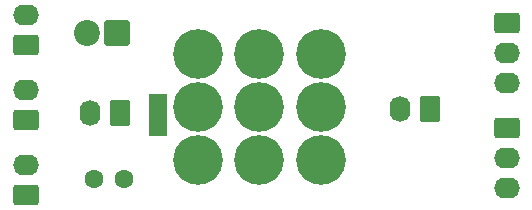
<source format=gbr>
%TF.GenerationSoftware,KiCad,Pcbnew,9.0.0*%
%TF.CreationDate,2025-08-04T16:21:27+01:00*%
%TF.ProjectId,FootSw,466f6f74-5377-42e6-9b69-6361645f7063,V1.3*%
%TF.SameCoordinates,Original*%
%TF.FileFunction,Soldermask,Top*%
%TF.FilePolarity,Negative*%
%FSLAX46Y46*%
G04 Gerber Fmt 4.6, Leading zero omitted, Abs format (unit mm)*
G04 Created by KiCad (PCBNEW 9.0.0) date 2025-08-04 16:21:27*
%MOMM*%
%LPD*%
G01*
G04 APERTURE LIST*
G04 Aperture macros list*
%AMRoundRect*
0 Rectangle with rounded corners*
0 $1 Rounding radius*
0 $2 $3 $4 $5 $6 $7 $8 $9 X,Y pos of 4 corners*
0 Add a 4 corners polygon primitive as box body*
4,1,4,$2,$3,$4,$5,$6,$7,$8,$9,$2,$3,0*
0 Add four circle primitives for the rounded corners*
1,1,$1+$1,$2,$3*
1,1,$1+$1,$4,$5*
1,1,$1+$1,$6,$7*
1,1,$1+$1,$8,$9*
0 Add four rect primitives between the rounded corners*
20,1,$1+$1,$2,$3,$4,$5,0*
20,1,$1+$1,$4,$5,$6,$7,0*
20,1,$1+$1,$6,$7,$8,$9,0*
20,1,$1+$1,$8,$9,$2,$3,0*%
G04 Aperture macros list end*
%ADD10RoundRect,0.250000X0.620000X0.845000X-0.620000X0.845000X-0.620000X-0.845000X0.620000X-0.845000X0*%
%ADD11O,1.740000X2.190000*%
%ADD12RoundRect,0.250000X0.845000X-0.620000X0.845000X0.620000X-0.845000X0.620000X-0.845000X-0.620000X0*%
%ADD13O,2.190000X1.740000*%
%ADD14RoundRect,0.249999X0.850001X0.850001X-0.850001X0.850001X-0.850001X-0.850001X0.850001X-0.850001X0*%
%ADD15C,2.200000*%
%ADD16R,1.500000X1.000000*%
%ADD17C,4.203200*%
%ADD18RoundRect,0.250000X-0.845000X0.620000X-0.845000X-0.620000X0.845000X-0.620000X0.845000X0.620000X0*%
%ADD19C,1.600000*%
G04 APERTURE END LIST*
%TO.C,JP1*%
G36*
X69950000Y-60500000D02*
G01*
X71450000Y-60500000D01*
X71450000Y-58900000D01*
X69950000Y-58900000D01*
X69950000Y-60500000D01*
G37*
%TD*%
D10*
%TO.C,J5*%
X67500000Y-59500000D03*
D11*
X64960000Y-59500000D03*
%TD*%
D12*
%TO.C,J8*%
X59500000Y-66440000D03*
D13*
X59500000Y-63900000D03*
%TD*%
D14*
%TO.C,D2*%
X67250000Y-52750000D03*
D15*
X64710000Y-52750000D03*
%TD*%
D16*
%TO.C,JP1*%
X70700000Y-61000000D03*
X70700000Y-59700000D03*
X70700000Y-58400000D03*
%TD*%
D17*
%TO.C,SW1*%
X74100000Y-54500000D03*
X74100000Y-59000000D03*
X74100000Y-63500000D03*
X79300000Y-54500000D03*
X79300000Y-59000000D03*
X79300000Y-63500000D03*
X84500000Y-54500000D03*
X84500000Y-59000000D03*
X84500000Y-63500000D03*
%TD*%
D12*
%TO.C,J9*%
X59500000Y-60140000D03*
D13*
X59500000Y-57600000D03*
%TD*%
D18*
%TO.C,J7*%
X100250000Y-51920000D03*
D13*
X100250000Y-54460000D03*
X100250000Y-57000000D03*
%TD*%
D10*
%TO.C,J2*%
X93750000Y-59170000D03*
D11*
X91210000Y-59170000D03*
%TD*%
D12*
%TO.C,J4*%
X59500000Y-53800000D03*
D13*
X59500000Y-51260000D03*
%TD*%
D19*
%TO.C,R1*%
X65255000Y-65100000D03*
X67795000Y-65100000D03*
%TD*%
D18*
%TO.C,J1*%
X100250000Y-60750000D03*
D13*
X100250000Y-63290000D03*
X100250000Y-65830000D03*
%TD*%
M02*

</source>
